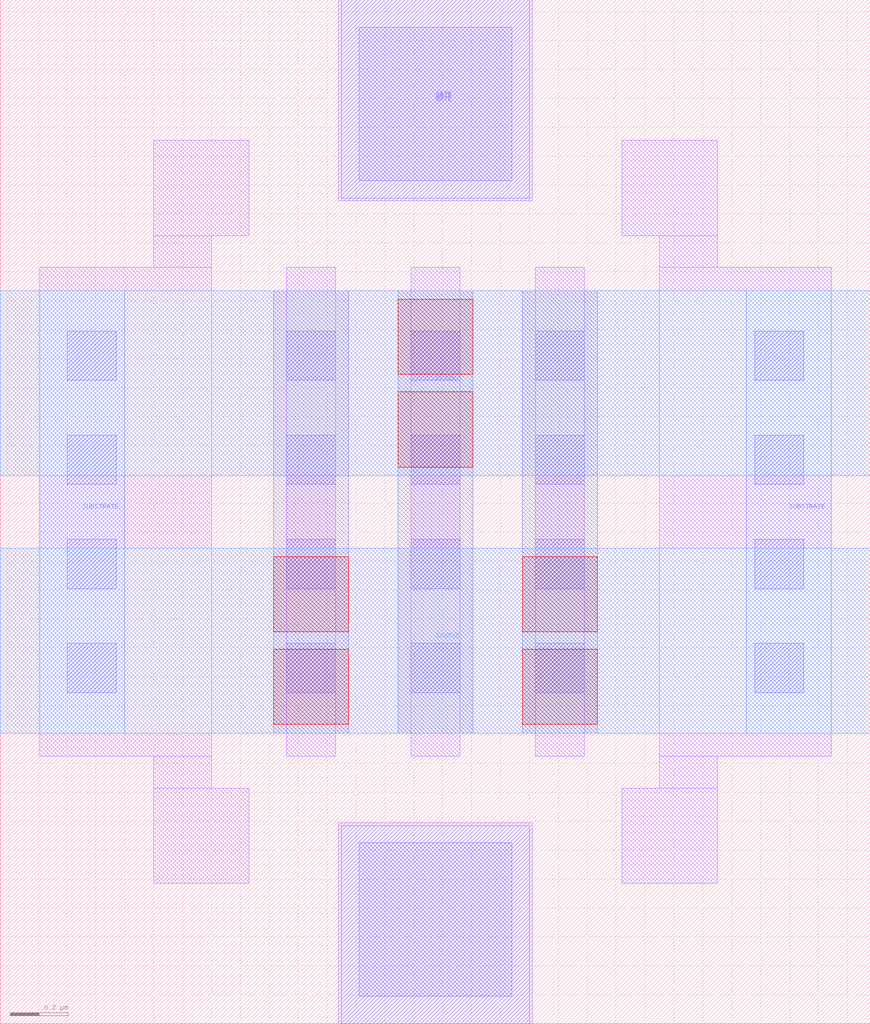
<source format=lef>
# Copyright 2020 The SkyWater PDK Authors
#
# Licensed under the Apache License, Version 2.0 (the "License");
# you may not use this file except in compliance with the License.
# You may obtain a copy of the License at
#
#     https://www.apache.org/licenses/LICENSE-2.0
#
# Unless required by applicable law or agreed to in writing, software
# distributed under the License is distributed on an "AS IS" BASIS,
# WITHOUT WARRANTIES OR CONDITIONS OF ANY KIND, either express or implied.
# See the License for the specific language governing permissions and
# limitations under the License.
#
# SPDX-License-Identifier: Apache-2.0

VERSION 5.7 ;
  NOWIREEXTENSIONATPIN ON ;
  DIVIDERCHAR "/" ;
  BUSBITCHARS "[]" ;
MACRO sky130_fd_pr__rf_nfet_01v8_lvt_cM02W1p65L0p15
  CLASS BLOCK ;
  FOREIGN sky130_fd_pr__rf_nfet_01v8_lvt_cM02W1p65L0p15 ;
  ORIGIN -0.070000  0.000000 ;
  SIZE  3.010000 BY  3.540000 ;
  PIN DRAIN
    ANTENNADIFFAREA  0.462000 ;
    PORT
      LAYER met2 ;
        RECT 0.070000 1.895000 3.080000 2.535000 ;
    END
  END DRAIN
  PIN GATE
    ANTENNAGATEAREA  0.495000 ;
    PORT
      LAYER li1 ;
        RECT 1.240000 0.000000 1.910000 0.695000 ;
        RECT 1.240000 2.845000 1.910000 3.540000 ;
      LAYER mcon ;
        RECT 1.310000 0.095000 1.840000 0.625000 ;
        RECT 1.310000 2.915000 1.840000 3.445000 ;
    END
    PORT
      LAYER met1 ;
        RECT 1.250000 0.000000 1.900000 0.685000 ;
        RECT 1.250000 2.855000 1.900000 3.540000 ;
    END
  END GATE
  PIN SOURCE
    ANTENNADIFFAREA  0.924000 ;
    PORT
      LAYER met2 ;
        RECT 0.070000 1.005000 3.080000 1.645000 ;
    END
  END SOURCE
  PIN SUBSTRATE
    ANTENNADIFFAREA  1.072500 ;
    ANTENNAGATEAREA  0.247500 ;
    PORT
      LAYER met1 ;
        RECT 0.205000 1.005000 0.500000 2.535000 ;
    END
    PORT
      LAYER met1 ;
        RECT 2.650000 1.005000 2.945000 2.535000 ;
    END
  END SUBSTRATE
  OBS
    LAYER li1 ;
      RECT 0.205000 0.925000 0.800000 2.615000 ;
      RECT 0.600000 0.485000 0.930000 0.815000 ;
      RECT 0.600000 0.815000 0.800000 0.925000 ;
      RECT 0.600000 2.615000 0.800000 2.725000 ;
      RECT 0.600000 2.725000 0.930000 3.055000 ;
      RECT 1.060000 0.925000 1.230000 2.615000 ;
      RECT 1.490000 0.925000 1.660000 2.615000 ;
      RECT 1.920000 0.925000 2.090000 2.615000 ;
      RECT 2.220000 0.485000 2.550000 0.815000 ;
      RECT 2.220000 2.725000 2.550000 3.055000 ;
      RECT 2.350000 0.815000 2.550000 0.925000 ;
      RECT 2.350000 0.925000 2.945000 2.615000 ;
      RECT 2.350000 2.615000 2.550000 2.725000 ;
    LAYER mcon ;
      RECT 0.300000 1.145000 0.470000 1.315000 ;
      RECT 0.300000 1.505000 0.470000 1.675000 ;
      RECT 0.300000 1.865000 0.470000 2.035000 ;
      RECT 0.300000 2.225000 0.470000 2.395000 ;
      RECT 1.060000 1.145000 1.230000 1.315000 ;
      RECT 1.060000 1.505000 1.230000 1.675000 ;
      RECT 1.060000 1.865000 1.230000 2.035000 ;
      RECT 1.060000 2.225000 1.230000 2.395000 ;
      RECT 1.490000 1.145000 1.660000 1.315000 ;
      RECT 1.490000 1.505000 1.660000 1.675000 ;
      RECT 1.490000 1.865000 1.660000 2.035000 ;
      RECT 1.490000 2.225000 1.660000 2.395000 ;
      RECT 1.920000 1.145000 2.090000 1.315000 ;
      RECT 1.920000 1.505000 2.090000 1.675000 ;
      RECT 1.920000 1.865000 2.090000 2.035000 ;
      RECT 1.920000 2.225000 2.090000 2.395000 ;
      RECT 2.680000 1.145000 2.850000 1.315000 ;
      RECT 2.680000 1.505000 2.850000 1.675000 ;
      RECT 2.680000 1.865000 2.850000 2.035000 ;
      RECT 2.680000 2.225000 2.850000 2.395000 ;
    LAYER met1 ;
      RECT 1.015000 1.005000 1.275000 2.535000 ;
      RECT 1.445000 1.005000 1.705000 2.535000 ;
      RECT 1.875000 1.005000 2.135000 2.535000 ;
    LAYER via ;
      RECT 1.015000 1.035000 1.275000 1.295000 ;
      RECT 1.015000 1.355000 1.275000 1.615000 ;
      RECT 1.445000 1.925000 1.705000 2.185000 ;
      RECT 1.445000 2.245000 1.705000 2.505000 ;
      RECT 1.875000 1.035000 2.135000 1.295000 ;
      RECT 1.875000 1.355000 2.135000 1.615000 ;
  END
END sky130_fd_pr__rf_nfet_01v8_lvt_cM02W1p65L0p15
END LIBRARY

</source>
